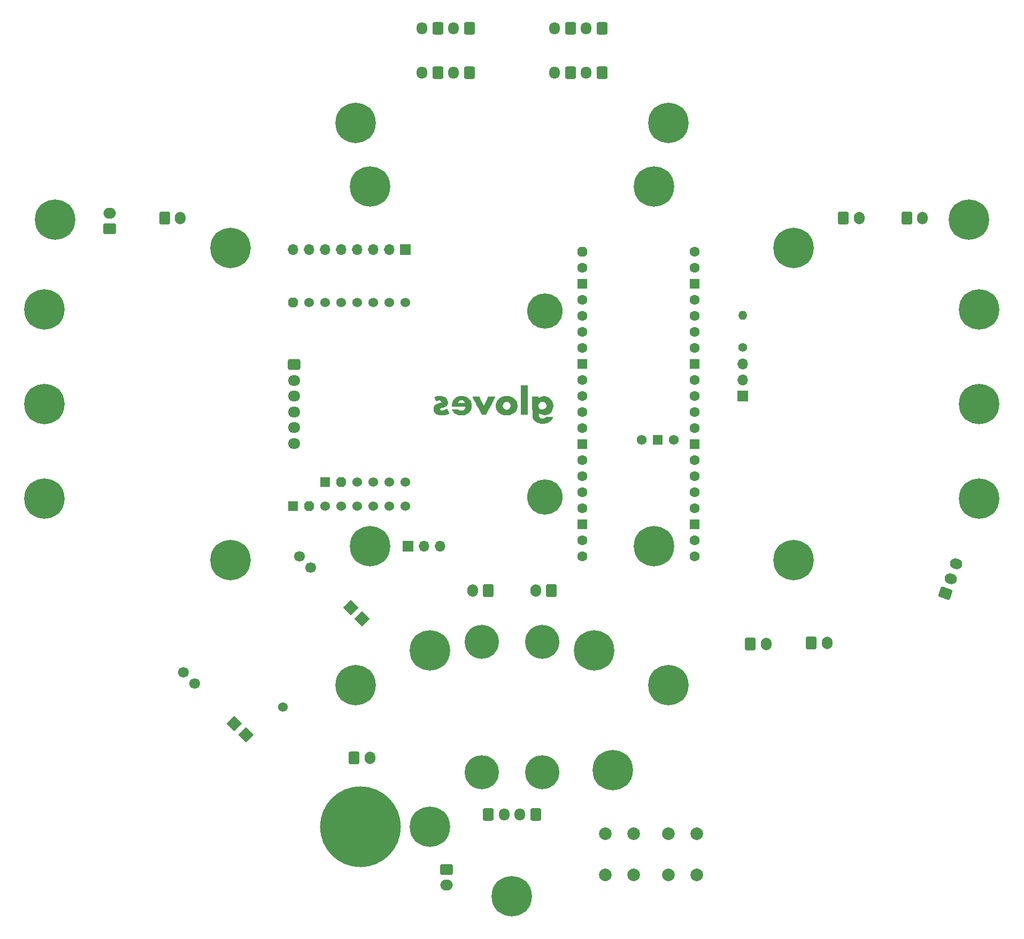
<source format=gbr>
%TF.GenerationSoftware,KiCad,Pcbnew,8.0.3*%
%TF.CreationDate,2024-06-17T20:38:05+08:00*%
%TF.ProjectId,top-rounded,746f702d-726f-4756-9e64-65642e6b6963,1.0.0*%
%TF.SameCoordinates,Original*%
%TF.FileFunction,Soldermask,Bot*%
%TF.FilePolarity,Negative*%
%FSLAX46Y46*%
G04 Gerber Fmt 4.6, Leading zero omitted, Abs format (unit mm)*
G04 Created by KiCad (PCBNEW 8.0.3) date 2024-06-17 20:38:05*
%MOMM*%
%LPD*%
G01*
G04 APERTURE LIST*
G04 Aperture macros list*
%AMRoundRect*
0 Rectangle with rounded corners*
0 $1 Rounding radius*
0 $2 $3 $4 $5 $6 $7 $8 $9 X,Y pos of 4 corners*
0 Add a 4 corners polygon primitive as box body*
4,1,4,$2,$3,$4,$5,$6,$7,$8,$9,$2,$3,0*
0 Add four circle primitives for the rounded corners*
1,1,$1+$1,$2,$3*
1,1,$1+$1,$4,$5*
1,1,$1+$1,$6,$7*
1,1,$1+$1,$8,$9*
0 Add four rect primitives between the rounded corners*
20,1,$1+$1,$2,$3,$4,$5,0*
20,1,$1+$1,$4,$5,$6,$7,0*
20,1,$1+$1,$6,$7,$8,$9,0*
20,1,$1+$1,$8,$9,$2,$3,0*%
%AMHorizOval*
0 Thick line with rounded ends*
0 $1 width*
0 $2 $3 position (X,Y) of the first rounded end (center of the circle)*
0 $4 $5 position (X,Y) of the second rounded end (center of the circle)*
0 Add line between two ends*
20,1,$1,$2,$3,$4,$5,0*
0 Add two circle primitives to create the rounded ends*
1,1,$1,$2,$3*
1,1,$1,$4,$5*%
%AMRotRect*
0 Rectangle, with rotation*
0 The origin of the aperture is its center*
0 $1 length*
0 $2 width*
0 $3 Rotation angle, in degrees counterclockwise*
0 Add horizontal line*
21,1,$1,$2,0,0,$3*%
%AMOutline5P*
0 Free polygon, 5 corners , with rotation*
0 The origin of the aperture is its center*
0 number of corners: always 5*
0 $1 to $10 corner X, Y*
0 $11 Rotation angle, in degrees counterclockwise*
0 create outline with 5 corners*
4,1,5,$1,$2,$3,$4,$5,$6,$7,$8,$9,$10,$1,$2,$11*%
%AMOutline6P*
0 Free polygon, 6 corners , with rotation*
0 The origin of the aperture is its center*
0 number of corners: always 6*
0 $1 to $12 corner X, Y*
0 $13 Rotation angle, in degrees counterclockwise*
0 create outline with 6 corners*
4,1,6,$1,$2,$3,$4,$5,$6,$7,$8,$9,$10,$11,$12,$1,$2,$13*%
%AMOutline7P*
0 Free polygon, 7 corners , with rotation*
0 The origin of the aperture is its center*
0 number of corners: always 7*
0 $1 to $14 corner X, Y*
0 $15 Rotation angle, in degrees counterclockwise*
0 create outline with 7 corners*
4,1,7,$1,$2,$3,$4,$5,$6,$7,$8,$9,$10,$11,$12,$13,$14,$1,$2,$15*%
%AMOutline8P*
0 Free polygon, 8 corners , with rotation*
0 The origin of the aperture is its center*
0 number of corners: always 8*
0 $1 to $16 corner X, Y*
0 $17 Rotation angle, in degrees counterclockwise*
0 create outline with 8 corners*
4,1,8,$1,$2,$3,$4,$5,$6,$7,$8,$9,$10,$11,$12,$13,$14,$15,$16,$1,$2,$17*%
%AMFreePoly0*
4,1,26,0.335306,0.780194,0.389950,0.741421,0.741421,0.389950,0.788777,0.314585,0.800000,0.248529,0.800000,-0.248529,0.780194,-0.335306,0.741421,-0.389950,0.389950,-0.741421,0.314585,-0.788777,0.248529,-0.800000,0.000000,-0.800000,-0.248529,-0.800000,-0.335306,-0.780194,-0.389950,-0.741421,-0.741421,-0.389950,-0.788777,-0.314585,-0.800000,-0.248529,-0.800000,0.248529,-0.780194,0.335306,
-0.741421,0.389950,-0.389950,0.741421,-0.314585,0.788777,-0.248529,0.800000,0.248529,0.800000,0.335306,0.780194,0.335306,0.780194,$1*%
G04 Aperture macros list end*
%ADD10C,0.000000*%
%ADD11RoundRect,0.250000X-0.600000X-0.750000X0.600000X-0.750000X0.600000X0.750000X-0.600000X0.750000X0*%
%ADD12O,1.700000X2.000000*%
%ADD13C,0.800000*%
%ADD14C,6.400000*%
%ADD15C,5.600000*%
%ADD16C,1.524000*%
%ADD17Outline8P,-0.762000X0.381000X-0.381000X0.762000X0.381000X0.762000X0.762000X0.381000X0.762000X-0.381000X0.381000X-0.762000X-0.381000X-0.762000X-0.762000X-0.381000X270.000000*%
%ADD18R,1.524000X1.524000*%
%ADD19C,5.400000*%
%ADD20RoundRect,0.250000X0.750000X-0.600000X0.750000X0.600000X-0.750000X0.600000X-0.750000X-0.600000X0*%
%ADD21O,2.000000X1.700000*%
%ADD22R,1.700000X1.700000*%
%ADD23O,1.700000X1.700000*%
%ADD24C,2.000000*%
%ADD25FreePoly0,0.000000*%
%ADD26C,1.600000*%
%ADD27RoundRect,0.200000X-0.600000X-0.600000X0.600000X-0.600000X0.600000X0.600000X-0.600000X0.600000X0*%
%ADD28C,1.574800*%
%ADD29R,1.574800X1.574800*%
%ADD30RoundRect,0.250000X0.476065X-0.811780X0.886489X0.315851X-0.476065X0.811780X-0.886489X-0.315851X0*%
%ADD31HorizOval,1.700000X-0.117462X0.042753X0.117462X-0.042753X0*%
%ADD32RotRect,1.700000X1.700000X315.000000*%
%ADD33C,1.700000*%
%ADD34RoundRect,0.250000X-0.750000X0.600000X-0.750000X-0.600000X0.750000X-0.600000X0.750000X0.600000X0*%
%ADD35C,1.400000*%
%ADD36O,1.400000X1.400000*%
%ADD37C,0.900000*%
%ADD38C,12.800000*%
%ADD39RoundRect,0.250000X0.600000X0.725000X-0.600000X0.725000X-0.600000X-0.725000X0.600000X-0.725000X0*%
%ADD40O,1.700000X1.950000*%
%ADD41RoundRect,0.250000X-0.725000X0.600000X-0.725000X-0.600000X0.725000X-0.600000X0.725000X0.600000X0*%
%ADD42O,1.950000X1.700000*%
%ADD43RoundRect,0.250000X0.600000X0.750000X-0.600000X0.750000X-0.600000X-0.750000X0.600000X-0.750000X0*%
G04 APERTURE END LIST*
D10*
%TO.C,G\u002A\u002A\u002A*%
G36*
X102479095Y-99374301D02*
G01*
X102479095Y-101691079D01*
X101954861Y-101691079D01*
X101430626Y-101691079D01*
X101430626Y-99374301D01*
X101430626Y-97057524D01*
X101954861Y-97057524D01*
X102479095Y-97057524D01*
X102479095Y-99374301D01*
G37*
G36*
X95094579Y-99281292D02*
G01*
X95142674Y-99382641D01*
X95261772Y-99633220D01*
X95355992Y-99830618D01*
X95428261Y-99980769D01*
X95481506Y-100089607D01*
X95518655Y-100163066D01*
X95542634Y-100207080D01*
X95556371Y-100227583D01*
X95562792Y-100230509D01*
X95567957Y-100221070D01*
X95597332Y-100160673D01*
X95648735Y-100052181D01*
X95718012Y-99904431D01*
X95801012Y-99726258D01*
X95893585Y-99526498D01*
X96214106Y-98833156D01*
X96793072Y-98823902D01*
X96947742Y-98822255D01*
X97116962Y-98822621D01*
X97251378Y-98825413D01*
X97340050Y-98830377D01*
X97372038Y-98837262D01*
X97368373Y-98847921D01*
X97337728Y-98913848D01*
X97275948Y-99039053D01*
X97182990Y-99223624D01*
X97058808Y-99467647D01*
X96903359Y-99771210D01*
X96716598Y-100134401D01*
X96498480Y-100557306D01*
X96248960Y-101040014D01*
X95912104Y-101691079D01*
X95564493Y-101691079D01*
X95216882Y-101691079D01*
X95114525Y-101496605D01*
X95104919Y-101478331D01*
X95045257Y-101364327D01*
X94965756Y-101211878D01*
X94875641Y-101038685D01*
X94784132Y-100862451D01*
X94689301Y-100679614D01*
X94533031Y-100378392D01*
X94402532Y-100126974D01*
X94294318Y-99918665D01*
X94204899Y-99746768D01*
X94130788Y-99604588D01*
X94068497Y-99485429D01*
X94014537Y-99382595D01*
X93965422Y-99289390D01*
X93917662Y-99199120D01*
X93868078Y-99103866D01*
X93808740Y-98984460D01*
X93768162Y-98895890D01*
X93753130Y-98852449D01*
X93753589Y-98850383D01*
X93794140Y-98835397D01*
X93900633Y-98824735D01*
X94073592Y-98818362D01*
X94313540Y-98816245D01*
X94873949Y-98816245D01*
X95094579Y-99281292D01*
G37*
G36*
X88835062Y-98730129D02*
G01*
X89112185Y-98785065D01*
X89357894Y-98878801D01*
X89559514Y-99010333D01*
X89622295Y-99070074D01*
X89752870Y-99246508D01*
X89841783Y-99448565D01*
X89887000Y-99662429D01*
X89886487Y-99874283D01*
X89838208Y-100070311D01*
X89740129Y-100236697D01*
X89702153Y-100277957D01*
X89601803Y-100358399D01*
X89469074Y-100428905D01*
X89292325Y-100495049D01*
X89059916Y-100562406D01*
X88920308Y-100602426D01*
X88752541Y-100665241D01*
X88649137Y-100729063D01*
X88608111Y-100796051D01*
X88627480Y-100868361D01*
X88705260Y-100948154D01*
X88754985Y-100978741D01*
X88895377Y-101013367D01*
X89071223Y-101005232D01*
X89271859Y-100955468D01*
X89486622Y-100865206D01*
X89526619Y-100845220D01*
X89634771Y-100793363D01*
X89712135Y-100759566D01*
X89744077Y-100750360D01*
X89771599Y-100791927D01*
X89820423Y-100881477D01*
X89878760Y-100998763D01*
X89939934Y-101129104D01*
X89997263Y-101257819D01*
X90044070Y-101370229D01*
X90073676Y-101451652D01*
X90079401Y-101487409D01*
X90040480Y-101512716D01*
X89947670Y-101557901D01*
X89823117Y-101610980D01*
X89685009Y-101664633D01*
X89551534Y-101711539D01*
X89440879Y-101744381D01*
X89283016Y-101771497D01*
X89072189Y-101786457D01*
X88847121Y-101786243D01*
X88634556Y-101770957D01*
X88461236Y-101740698D01*
X88312298Y-101694900D01*
X88058613Y-101574471D01*
X87858949Y-101415354D01*
X87714658Y-101219145D01*
X87627093Y-100987437D01*
X87597604Y-100721826D01*
X87613941Y-100522790D01*
X87678276Y-100322472D01*
X87793872Y-100157555D01*
X87844004Y-100109421D01*
X87947413Y-100034744D01*
X88080316Y-99968531D01*
X88255234Y-99904995D01*
X88484687Y-99838353D01*
X88832091Y-99744976D01*
X88832091Y-99628281D01*
X88807595Y-99526277D01*
X88731443Y-99457117D01*
X88607736Y-99428171D01*
X88440648Y-99440371D01*
X88234356Y-99494650D01*
X88131697Y-99524821D01*
X88045790Y-99541010D01*
X88003977Y-99536927D01*
X87991434Y-99518087D01*
X87950658Y-99447992D01*
X87891450Y-99341289D01*
X87821846Y-99212300D01*
X87663441Y-98915013D01*
X87774264Y-98868728D01*
X87941961Y-98808177D01*
X88237275Y-98740679D01*
X88539201Y-98714998D01*
X88835062Y-98730129D01*
G37*
G36*
X93596825Y-99926246D02*
G01*
X93600299Y-100063954D01*
X93600933Y-100253662D01*
X93600906Y-100316177D01*
X93599737Y-100488449D01*
X93595045Y-100613495D01*
X93584396Y-100707059D01*
X93565359Y-100784888D01*
X93535501Y-100862724D01*
X93492389Y-100956314D01*
X93467921Y-101005354D01*
X93300461Y-101254165D01*
X93082886Y-101464083D01*
X92823851Y-101628053D01*
X92532014Y-101739020D01*
X92477351Y-101751662D01*
X92292630Y-101776830D01*
X92075114Y-101788335D01*
X91849295Y-101786142D01*
X91639658Y-101770218D01*
X91470694Y-101740526D01*
X91461147Y-101738013D01*
X91178503Y-101634273D01*
X90944265Y-101484733D01*
X90754035Y-101285808D01*
X90603418Y-101033918D01*
X90506286Y-100828629D01*
X90999626Y-100819253D01*
X91492967Y-100809876D01*
X91609022Y-100911773D01*
X91705233Y-100985175D01*
X91806843Y-101030044D01*
X91929947Y-101046976D01*
X92096642Y-101041865D01*
X92107749Y-101040988D01*
X92289683Y-100999495D01*
X92428353Y-100908212D01*
X92526570Y-100764406D01*
X92587150Y-100565343D01*
X92610724Y-100439681D01*
X91536557Y-100439681D01*
X90462390Y-100439681D01*
X90482339Y-100157001D01*
X90496290Y-100022260D01*
X90545467Y-99802073D01*
X91453263Y-99802073D01*
X91469752Y-99809029D01*
X91543084Y-99817727D01*
X91664938Y-99824655D01*
X91824152Y-99829237D01*
X92009559Y-99830893D01*
X92565856Y-99830893D01*
X92532059Y-99733944D01*
X92517222Y-99696768D01*
X92415568Y-99551512D01*
X92258467Y-99438576D01*
X92253723Y-99436189D01*
X92124315Y-99401071D01*
X91968667Y-99398482D01*
X91816382Y-99426143D01*
X91697067Y-99481775D01*
X91675955Y-99498747D01*
X91602033Y-99572896D01*
X91529830Y-99661891D01*
X91475016Y-99745146D01*
X91453263Y-99802073D01*
X90545467Y-99802073D01*
X90566190Y-99709288D01*
X90683525Y-99429988D01*
X90844442Y-99192249D01*
X91045091Y-99003962D01*
X91163985Y-98927344D01*
X91425496Y-98811862D01*
X91717988Y-98739435D01*
X92025978Y-98712057D01*
X92333986Y-98731720D01*
X92626532Y-98800416D01*
X92692201Y-98823521D01*
X92958992Y-98946736D01*
X93174947Y-99104286D01*
X93350477Y-99305253D01*
X93495996Y-99558718D01*
X93507281Y-99582618D01*
X93545737Y-99668726D01*
X93571905Y-99744273D01*
X93588147Y-99824899D01*
X93588660Y-99830893D01*
X93596825Y-99926246D01*
G37*
G36*
X100884710Y-100174996D02*
G01*
X100874911Y-100455465D01*
X100820582Y-100714159D01*
X100693675Y-101004636D01*
X100512763Y-101257559D01*
X100282391Y-101467342D01*
X100006445Y-101630451D01*
X99688815Y-101743350D01*
X99656371Y-101750812D01*
X99495576Y-101773614D01*
X99297995Y-101786177D01*
X99087617Y-101788121D01*
X98888429Y-101779066D01*
X98724422Y-101758631D01*
X98510515Y-101697418D01*
X98275171Y-101592377D01*
X98054659Y-101459220D01*
X97875384Y-101311844D01*
X97861504Y-101297702D01*
X97708359Y-101106630D01*
X97578791Y-100881575D01*
X97551561Y-100824076D01*
X97506673Y-100721321D01*
X97478810Y-100633559D01*
X97463983Y-100540133D01*
X97458199Y-100420387D01*
X97457468Y-100253662D01*
X97457475Y-100251491D01*
X98555793Y-100251491D01*
X98559154Y-100328369D01*
X98576445Y-100448554D01*
X98603506Y-100534370D01*
X98607051Y-100541009D01*
X98696885Y-100663599D01*
X98816333Y-100772666D01*
X98938487Y-100843388D01*
X98982644Y-100858324D01*
X99171283Y-100884580D01*
X99349346Y-100854743D01*
X99508706Y-100777514D01*
X99641233Y-100661592D01*
X99738801Y-100515678D01*
X99793280Y-100348472D01*
X99796544Y-100168673D01*
X99740464Y-99984982D01*
X99679211Y-99877149D01*
X99557822Y-99745857D01*
X99402308Y-99667374D01*
X99202135Y-99634848D01*
X99102468Y-99631437D01*
X99003869Y-99638411D01*
X98924863Y-99664446D01*
X98837937Y-99715644D01*
X98807097Y-99736932D01*
X98665623Y-99875323D01*
X98582785Y-100045076D01*
X98555793Y-100251491D01*
X97457475Y-100251491D01*
X97457575Y-100220260D01*
X97460056Y-100060184D01*
X97468320Y-99944006D01*
X97485974Y-99851476D01*
X97516628Y-99762348D01*
X97563888Y-99656371D01*
X97713874Y-99399136D01*
X97925188Y-99161560D01*
X98186331Y-98969465D01*
X98497890Y-98822329D01*
X98541410Y-98806485D01*
X98644409Y-98773221D01*
X98741549Y-98751655D01*
X98851198Y-98739392D01*
X98991724Y-98734036D01*
X99181492Y-98733193D01*
X99267062Y-98733618D01*
X99433063Y-98736866D01*
X99556761Y-98745245D01*
X99656046Y-98761224D01*
X99748811Y-98787272D01*
X99852948Y-98825859D01*
X99933320Y-98859601D01*
X100218825Y-99016789D01*
X100461755Y-99212457D01*
X100654516Y-99439588D01*
X100789512Y-99691165D01*
X100850776Y-99899062D01*
X100883932Y-100168673D01*
X100884710Y-100174996D01*
G37*
G36*
X106530537Y-100377961D02*
G01*
X106502064Y-100634073D01*
X106418856Y-100929660D01*
X106283113Y-101182727D01*
X106094453Y-101393790D01*
X105852496Y-101563364D01*
X105556858Y-101691966D01*
X105354622Y-101741168D01*
X105088453Y-101757625D01*
X104829439Y-101723991D01*
X104597858Y-101641335D01*
X104509117Y-101593019D01*
X104411424Y-101531327D01*
X104351387Y-101482840D01*
X104301133Y-101435705D01*
X104263136Y-101430230D01*
X104243936Y-101482901D01*
X104239301Y-101598070D01*
X104257433Y-101798774D01*
X104320826Y-101987396D01*
X104431897Y-102131844D01*
X104592943Y-102236258D01*
X104723326Y-102280220D01*
X104900828Y-102296933D01*
X105068675Y-102269131D01*
X105210766Y-102200029D01*
X105310995Y-102092844D01*
X105368513Y-101995473D01*
X105936187Y-101995473D01*
X106108132Y-101995366D01*
X106282393Y-101997322D01*
X106401221Y-102006025D01*
X106471572Y-102026219D01*
X106500401Y-102062647D01*
X106494664Y-102120054D01*
X106461318Y-102203183D01*
X106407317Y-102316778D01*
X106365996Y-102395076D01*
X106202848Y-102613647D01*
X105988425Y-102802473D01*
X105732900Y-102953694D01*
X105446446Y-103059446D01*
X105350440Y-103078647D01*
X105175702Y-103097477D01*
X104971682Y-103107126D01*
X104760295Y-103107220D01*
X104563458Y-103097386D01*
X104403085Y-103077250D01*
X104363336Y-103069101D01*
X104113813Y-102989606D01*
X103874320Y-102868338D01*
X103659253Y-102715285D01*
X103483010Y-102540432D01*
X103359988Y-102353764D01*
X103335494Y-102299475D01*
X103308539Y-102225379D01*
X103286208Y-102140425D01*
X103268080Y-102038305D01*
X103253731Y-101912709D01*
X103242740Y-101757329D01*
X103234684Y-101565856D01*
X103229141Y-101331980D01*
X103225689Y-101049393D01*
X103223904Y-100711786D01*
X103223365Y-100312850D01*
X103223355Y-100233905D01*
X104220906Y-100233905D01*
X104221902Y-100307564D01*
X104232848Y-100422131D01*
X104261826Y-100511918D01*
X104316152Y-100605458D01*
X104410703Y-100716667D01*
X104552903Y-100813631D01*
X104603956Y-100834381D01*
X104797914Y-100873729D01*
X104988613Y-100857063D01*
X105162819Y-100788973D01*
X105307301Y-100674044D01*
X105408826Y-100516866D01*
X105431399Y-100449166D01*
X105453072Y-100283847D01*
X105441072Y-100112777D01*
X105396153Y-99968584D01*
X105378497Y-99938202D01*
X105301389Y-99839114D01*
X105208929Y-99750266D01*
X105192528Y-99737406D01*
X105102958Y-99680538D01*
X105005617Y-99650062D01*
X104870713Y-99635906D01*
X104779292Y-99634377D01*
X104605482Y-99662784D01*
X104459580Y-99741887D01*
X104323218Y-99879869D01*
X104274707Y-99944787D01*
X104239883Y-100016362D01*
X104224416Y-100104196D01*
X104220906Y-100233905D01*
X103223355Y-100233905D01*
X103223170Y-98816245D01*
X103730493Y-98816245D01*
X104237817Y-98816245D01*
X104237817Y-98953126D01*
X104237817Y-99090006D01*
X104367412Y-98985860D01*
X104449574Y-98926731D01*
X104678528Y-98816247D01*
X104932363Y-98757642D01*
X105198338Y-98750523D01*
X105463711Y-98794500D01*
X105715743Y-98889182D01*
X105941690Y-99034178D01*
X105953679Y-99044019D01*
X106172377Y-99258692D01*
X106335923Y-99500019D01*
X106455422Y-99784212D01*
X106468075Y-99823576D01*
X106508104Y-99963455D01*
X106529397Y-100083032D01*
X106535645Y-100211478D01*
X106533425Y-100283847D01*
X106530537Y-100377961D01*
G37*
%TD*%
D11*
%TO.C,J8*%
X137750000Y-137975000D03*
D12*
X140250000Y-137975000D03*
%TD*%
D11*
%TO.C,J2*%
X162500000Y-70500000D03*
D12*
X165000000Y-70500000D03*
%TD*%
D13*
%TO.C,H13*%
X23600000Y-115000000D03*
X24302944Y-113302944D03*
X24302944Y-116697056D03*
X26000000Y-112600000D03*
D14*
X26000000Y-115000000D03*
D13*
X26000000Y-117400000D03*
X27697056Y-113302944D03*
X27697056Y-116697056D03*
X28400000Y-115000000D03*
%TD*%
D15*
%TO.C,U2*%
X105198000Y-85268000D03*
X105200000Y-114732000D03*
D16*
X83100000Y-83871000D03*
X80560000Y-83871000D03*
X78020000Y-83871000D03*
X75480000Y-83871000D03*
X72940000Y-83871000D03*
X70400000Y-83871000D03*
X67860000Y-83871000D03*
D17*
X65320000Y-83871000D03*
D18*
X65320000Y-116129000D03*
D17*
X67860000Y-116129000D03*
D16*
X70400000Y-116129000D03*
X72940000Y-116129000D03*
X75480000Y-116129000D03*
X78020000Y-116129000D03*
X80560000Y-116129000D03*
X83100000Y-116129000D03*
D18*
X70400000Y-112319000D03*
D17*
X72940000Y-112319000D03*
D16*
X75480000Y-112319000D03*
X78020000Y-112319000D03*
X80560000Y-112319000D03*
X83100000Y-112319000D03*
%TD*%
D13*
%TO.C,H28*%
X93225000Y-158300000D03*
X93818109Y-156868109D03*
X93818109Y-159731891D03*
X95250000Y-156275000D03*
D19*
X95250000Y-158300000D03*
D13*
X95250000Y-160325000D03*
X96681891Y-156868109D03*
X96681891Y-159731891D03*
X97275000Y-158300000D03*
%TD*%
%TO.C,H1*%
X23600000Y-85000000D03*
X24302944Y-83302944D03*
X24302944Y-86697056D03*
X26000000Y-82600000D03*
D14*
X26000000Y-85000000D03*
D13*
X26000000Y-87400000D03*
X27697056Y-83302944D03*
X27697056Y-86697056D03*
X28400000Y-85000000D03*
%TD*%
D11*
%TO.C,J9*%
X147413217Y-137874728D03*
D12*
X149913217Y-137874728D03*
%TD*%
D13*
%TO.C,H22*%
X142147727Y-75251263D03*
X142850671Y-73554207D03*
X142850671Y-76948319D03*
X144547727Y-72851263D03*
D14*
X144547727Y-75251263D03*
D13*
X144547727Y-77651263D03*
X146244783Y-73554207D03*
X146244783Y-76948319D03*
X146947727Y-75251263D03*
%TD*%
D20*
%TO.C,J6*%
X36300000Y-72226252D03*
D21*
X36300000Y-69726252D03*
%TD*%
D13*
%TO.C,H4*%
X53052273Y-75251263D03*
X53755217Y-73554207D03*
X53755217Y-76948319D03*
X55452273Y-72851263D03*
D14*
X55452273Y-75251263D03*
D13*
X55452273Y-77651263D03*
X57149329Y-73554207D03*
X57149329Y-76948319D03*
X57852273Y-75251263D03*
%TD*%
%TO.C,H12*%
X113600000Y-158000000D03*
X114302944Y-156302944D03*
X114302944Y-159697056D03*
X116000000Y-155600000D03*
D14*
X116000000Y-158000000D03*
D13*
X116000000Y-160400000D03*
X117697056Y-156302944D03*
X117697056Y-159697056D03*
X118400000Y-158000000D03*
%TD*%
D22*
%TO.C,J1*%
X83100000Y-75500000D03*
D23*
X80560000Y-75500000D03*
X78020000Y-75500000D03*
X75480000Y-75500000D03*
X72940000Y-75500000D03*
X70400000Y-75500000D03*
X67860000Y-75500000D03*
X65320000Y-75500000D03*
%TD*%
D24*
%TO.C,SW2*%
X124750002Y-174591199D03*
X124750002Y-168091199D03*
X129250002Y-174591199D03*
X129250002Y-168091199D03*
%TD*%
D22*
%TO.C,J7*%
X83500000Y-122500000D03*
D23*
X86040000Y-122500000D03*
X88580000Y-122500000D03*
%TD*%
D13*
%TO.C,H29*%
X102725000Y-137700000D03*
X103318109Y-136268109D03*
X103318109Y-139131891D03*
X104750000Y-135675000D03*
D19*
X104750000Y-137700000D03*
D13*
X104750000Y-139725000D03*
X106181891Y-136268109D03*
X106181891Y-139131891D03*
X106775000Y-137700000D03*
%TD*%
%TO.C,H15*%
X120100000Y-65500000D03*
X120802944Y-63802944D03*
X120802944Y-67197056D03*
X122500000Y-63100000D03*
D14*
X122500000Y-65500000D03*
D13*
X122500000Y-67900000D03*
X124197056Y-63802944D03*
X124197056Y-67197056D03*
X124900000Y-65500000D03*
%TD*%
D25*
%TO.C,U1*%
X111100000Y-75870000D03*
D26*
X111100000Y-78410000D03*
D27*
X111100000Y-80950000D03*
D26*
X111100000Y-83490000D03*
X111100000Y-86030000D03*
X111100000Y-88570000D03*
X111100000Y-91110000D03*
D27*
X111100000Y-93650000D03*
D26*
X111100000Y-96190000D03*
X111100000Y-98730000D03*
X111100000Y-101270000D03*
X111100000Y-103810000D03*
D27*
X111100000Y-106350000D03*
D26*
X111100000Y-108890000D03*
X111100000Y-111430000D03*
X111100000Y-113970000D03*
X111100000Y-116510000D03*
D27*
X111100000Y-119050000D03*
D26*
X111100000Y-121590000D03*
X111100000Y-124130000D03*
X128880000Y-124130000D03*
X128880000Y-121590000D03*
D27*
X128880000Y-119050000D03*
D26*
X128880000Y-116510000D03*
X128880000Y-113970000D03*
X128880000Y-111430000D03*
X128880000Y-108890000D03*
D27*
X128880000Y-106350000D03*
D26*
X128880000Y-103810000D03*
X128880000Y-101270000D03*
X128880000Y-98730000D03*
X128880000Y-96190000D03*
D27*
X128880000Y-93650000D03*
D26*
X128880000Y-91110000D03*
X128880000Y-88570000D03*
X128880000Y-86030000D03*
X128880000Y-83490000D03*
D27*
X128880000Y-80950000D03*
D26*
X128880000Y-78410000D03*
X128880000Y-75870000D03*
D28*
X120574200Y-105700000D03*
D29*
X123114200Y-105700000D03*
D28*
X125654200Y-105700000D03*
%TD*%
D13*
%TO.C,H23*%
X122348737Y-144547727D03*
X123051681Y-142850671D03*
X123051681Y-146244783D03*
X124748737Y-142147727D03*
D14*
X124748737Y-144547727D03*
D13*
X124748737Y-146947727D03*
X126445793Y-142850671D03*
X126445793Y-146244783D03*
X127148737Y-144547727D03*
%TD*%
%TO.C,H10*%
X53052273Y-124748737D03*
X53755217Y-123051681D03*
X53755217Y-126445793D03*
X55452273Y-122348737D03*
D14*
X55452273Y-124748737D03*
D13*
X55452273Y-127148737D03*
X57149329Y-123051681D03*
X57149329Y-126445793D03*
X57852273Y-124748737D03*
%TD*%
%TO.C,H27*%
X93225000Y-137700000D03*
X93818109Y-136268109D03*
X93818109Y-139131891D03*
X95250000Y-135675000D03*
D19*
X95250000Y-137700000D03*
D13*
X95250000Y-139725000D03*
X96681891Y-136268109D03*
X96681891Y-139131891D03*
X97275000Y-137700000D03*
%TD*%
%TO.C,H9*%
X72851263Y-55452273D03*
X73554207Y-53755217D03*
X73554207Y-57149329D03*
X75251263Y-53052273D03*
D14*
X75251263Y-55452273D03*
D13*
X75251263Y-57852273D03*
X76948319Y-53755217D03*
X76948319Y-57149329D03*
X77651263Y-55452273D03*
%TD*%
%TO.C,H6*%
X84600000Y-167000000D03*
X85302944Y-165302944D03*
X85302944Y-168697056D03*
X87000000Y-164600000D03*
D14*
X87000000Y-167000000D03*
D13*
X87000000Y-169400000D03*
X88697056Y-165302944D03*
X88697056Y-168697056D03*
X89400000Y-167000000D03*
%TD*%
%TO.C,H21*%
X75100000Y-65500000D03*
X75802944Y-63802944D03*
X75802944Y-67197056D03*
X77500000Y-63100000D03*
D14*
X77500000Y-65500000D03*
D13*
X77500000Y-67900000D03*
X79197056Y-63802944D03*
X79197056Y-67197056D03*
X79900000Y-65500000D03*
%TD*%
%TO.C,H7*%
X23600000Y-100000000D03*
X24302944Y-98302944D03*
X24302944Y-101697056D03*
X26000000Y-97600000D03*
D14*
X26000000Y-100000000D03*
D13*
X26000000Y-102400000D03*
X27697056Y-98302944D03*
X27697056Y-101697056D03*
X28400000Y-100000000D03*
%TD*%
%TO.C,H14*%
X171600000Y-100000000D03*
X172302944Y-98302944D03*
X172302944Y-101697056D03*
X174000000Y-97600000D03*
D14*
X174000000Y-100000000D03*
D13*
X174000000Y-102400000D03*
X175697056Y-98302944D03*
X175697056Y-101697056D03*
X176400000Y-100000000D03*
%TD*%
D11*
%TO.C,J12*%
X152500000Y-70500000D03*
D12*
X155000000Y-70500000D03*
%TD*%
D30*
%TO.C,J3*%
X168650000Y-130000000D03*
D31*
X169505050Y-127650768D03*
X170360101Y-125301537D03*
%TD*%
D22*
%TO.C,J13*%
X136500000Y-98730000D03*
D23*
X136500000Y-96190000D03*
X136500000Y-93650000D03*
%TD*%
D32*
%TO.C,U3*%
X76238672Y-134003174D03*
X74442621Y-132207123D03*
D33*
X68156441Y-125920943D03*
X66360390Y-124124892D03*
X49771665Y-144305720D03*
X47975614Y-142509668D03*
D32*
X57853895Y-152387950D03*
X56057844Y-150591899D03*
D16*
X63687526Y-148033587D03*
%TD*%
D13*
%TO.C,H16*%
X142147727Y-124748737D03*
X142850671Y-123051681D03*
X142850671Y-126445793D03*
X144547727Y-122348737D03*
D14*
X144547727Y-124748737D03*
D13*
X144547727Y-127148737D03*
X146244783Y-123051681D03*
X146244783Y-126445793D03*
X146947727Y-124748737D03*
%TD*%
%TO.C,H8*%
X171600000Y-85000000D03*
X172302944Y-83302944D03*
X172302944Y-86697056D03*
X174000000Y-82600000D03*
D14*
X174000000Y-85000000D03*
D13*
X174000000Y-87400000D03*
X175697056Y-83302944D03*
X175697056Y-86697056D03*
X176400000Y-85000000D03*
%TD*%
D34*
%TO.C,J5*%
X89600000Y-173700000D03*
D21*
X89600000Y-176200000D03*
%TD*%
D13*
%TO.C,H5*%
X75100000Y-122500000D03*
X75802944Y-120802944D03*
X75802944Y-124197056D03*
X77500000Y-120100000D03*
D14*
X77500000Y-122500000D03*
D13*
X77500000Y-124900000D03*
X79197056Y-120802944D03*
X79197056Y-124197056D03*
X79900000Y-122500000D03*
%TD*%
%TO.C,H2*%
X169920341Y-70780686D03*
X170623285Y-69083630D03*
X170623285Y-72477742D03*
X172320341Y-68380686D03*
D14*
X172320341Y-70780686D03*
D13*
X172320341Y-73180686D03*
X174017397Y-69083630D03*
X174017397Y-72477742D03*
X174720341Y-70780686D03*
%TD*%
D35*
%TO.C,R1*%
X136500000Y-91040000D03*
D36*
X136500000Y-85960000D03*
%TD*%
D13*
%TO.C,H25*%
X84600000Y-139000000D03*
X85302944Y-137302944D03*
X85302944Y-140697056D03*
X87000000Y-136600000D03*
D14*
X87000000Y-139000000D03*
D13*
X87000000Y-141400000D03*
X88697056Y-137302944D03*
X88697056Y-140697056D03*
X89400000Y-139000000D03*
%TD*%
%TO.C,H11*%
X120100000Y-122500000D03*
X120802944Y-120802944D03*
X120802944Y-124197056D03*
X122500000Y-120100000D03*
D14*
X122500000Y-122500000D03*
D13*
X122500000Y-124900000D03*
X124197056Y-120802944D03*
X124197056Y-124197056D03*
X124900000Y-122500000D03*
%TD*%
%TO.C,H26*%
X110600000Y-139000000D03*
X111302944Y-137302944D03*
X111302944Y-140697056D03*
X113000000Y-136600000D03*
D14*
X113000000Y-139000000D03*
D13*
X113000000Y-141400000D03*
X114697056Y-137302944D03*
X114697056Y-140697056D03*
X115400000Y-139000000D03*
%TD*%
%TO.C,H3*%
X122348737Y-55452273D03*
X123051681Y-53755217D03*
X123051681Y-57149329D03*
X124748737Y-53052273D03*
D14*
X124748737Y-55452273D03*
D13*
X124748737Y-57852273D03*
X126445793Y-53755217D03*
X126445793Y-57149329D03*
X127148737Y-55452273D03*
%TD*%
%TO.C,H30*%
X102725000Y-158300000D03*
X103318109Y-156868109D03*
X103318109Y-159731891D03*
X104750000Y-156275000D03*
D19*
X104750000Y-158300000D03*
D13*
X104750000Y-160325000D03*
X106181891Y-156868109D03*
X106181891Y-159731891D03*
X106775000Y-158300000D03*
%TD*%
D37*
%TO.C,H24*%
X71200000Y-167000000D03*
X72605887Y-163605887D03*
X72605887Y-170394113D03*
X76000000Y-162200000D03*
D38*
X76000000Y-167000000D03*
D37*
X76000000Y-171800000D03*
X79394113Y-163605887D03*
X79394113Y-170394113D03*
X80800000Y-167000000D03*
%TD*%
D13*
%TO.C,H18*%
X97600000Y-178000000D03*
X98302944Y-176302944D03*
X98302944Y-179697056D03*
X100000000Y-175600000D03*
D14*
X100000000Y-178000000D03*
D13*
X100000000Y-180400000D03*
X101697056Y-176302944D03*
X101697056Y-179697056D03*
X102400000Y-178000000D03*
%TD*%
%TO.C,H20*%
X171600000Y-115000000D03*
X172302944Y-113302944D03*
X172302944Y-116697056D03*
X174000000Y-112600000D03*
D14*
X174000000Y-115000000D03*
D13*
X174000000Y-117400000D03*
X175697056Y-113302944D03*
X175697056Y-116697056D03*
X176400000Y-115000000D03*
%TD*%
D11*
%TO.C,J4*%
X45000000Y-70500000D03*
D12*
X47500000Y-70500000D03*
%TD*%
D13*
%TO.C,H19*%
X25279659Y-70780686D03*
X25982603Y-69083630D03*
X25982603Y-72477742D03*
X27679659Y-68380686D03*
D14*
X27679659Y-70780686D03*
D13*
X27679659Y-73180686D03*
X29376715Y-69083630D03*
X29376715Y-72477742D03*
X30079659Y-70780686D03*
%TD*%
%TO.C,H17*%
X72851263Y-144547727D03*
X73554207Y-142850671D03*
X73554207Y-146244783D03*
X75251263Y-142147727D03*
D14*
X75251263Y-144547727D03*
D13*
X75251263Y-146947727D03*
X76948319Y-142850671D03*
X76948319Y-146244783D03*
X77651263Y-144547727D03*
%TD*%
D24*
%TO.C,SW1*%
X114750000Y-174591199D03*
X114750000Y-168091199D03*
X119250000Y-174591199D03*
X119250000Y-168091199D03*
%TD*%
D11*
%TO.C,SW10*%
X75000000Y-156000000D03*
D12*
X77500000Y-156000000D03*
%TD*%
D39*
%TO.C,M3*%
X93250000Y-47500000D03*
D40*
X90750000Y-47500000D03*
D39*
X88250000Y-47500000D03*
D40*
X85750000Y-47500000D03*
%TD*%
D41*
%TO.C,J11*%
X65500000Y-93750000D03*
D42*
X65500000Y-96250000D03*
X65500000Y-98750000D03*
X65500000Y-101250000D03*
X65500000Y-103750000D03*
X65500000Y-106250000D03*
%TD*%
D43*
%TO.C,P2*%
X96250000Y-129500000D03*
D12*
X93750000Y-129500000D03*
%TD*%
D43*
%TO.C,P1*%
X106250000Y-129500000D03*
D12*
X103750000Y-129500000D03*
%TD*%
D39*
%TO.C,M1*%
X93250000Y-40500000D03*
D40*
X90750000Y-40500000D03*
D39*
X88250000Y-40500000D03*
D40*
X85750000Y-40500000D03*
%TD*%
D39*
%TO.C,J10*%
X103750000Y-165000000D03*
D40*
X101250000Y-165000000D03*
X98750000Y-165000000D03*
D39*
X96250000Y-165000000D03*
%TD*%
%TO.C,M4*%
X114250000Y-47500000D03*
D40*
X111750000Y-47500000D03*
D39*
X109250000Y-47500000D03*
D40*
X106750000Y-47500000D03*
%TD*%
D39*
%TO.C,M2*%
X114250000Y-40500000D03*
D40*
X111750000Y-40500000D03*
D39*
X109250000Y-40500000D03*
D40*
X106750000Y-40500000D03*
%TD*%
M02*

</source>
